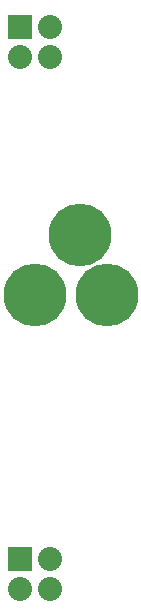
<source format=gbs>
G04 (created by PCBNEW-RS274X (2012-01-19 BZR 3256)-stable) date 15/02/2013 12:54:05*
G01*
G70*
G90*
%MOIN*%
G04 Gerber Fmt 3.4, Leading zero omitted, Abs format*
%FSLAX34Y34*%
G04 APERTURE LIST*
%ADD10C,0.006000*%
%ADD11R,0.080000X0.080000*%
%ADD12C,0.080000*%
%ADD13C,0.209000*%
G04 APERTURE END LIST*
G54D10*
G54D11*
X66500Y-34500D03*
G54D12*
X66500Y-35500D03*
X67500Y-34500D03*
X67500Y-35500D03*
G54D11*
X66500Y-52250D03*
G54D12*
X66500Y-53250D03*
X67500Y-52250D03*
X67500Y-53250D03*
G54D13*
X69400Y-43450D03*
X67000Y-43450D03*
X68500Y-41450D03*
M02*

</source>
